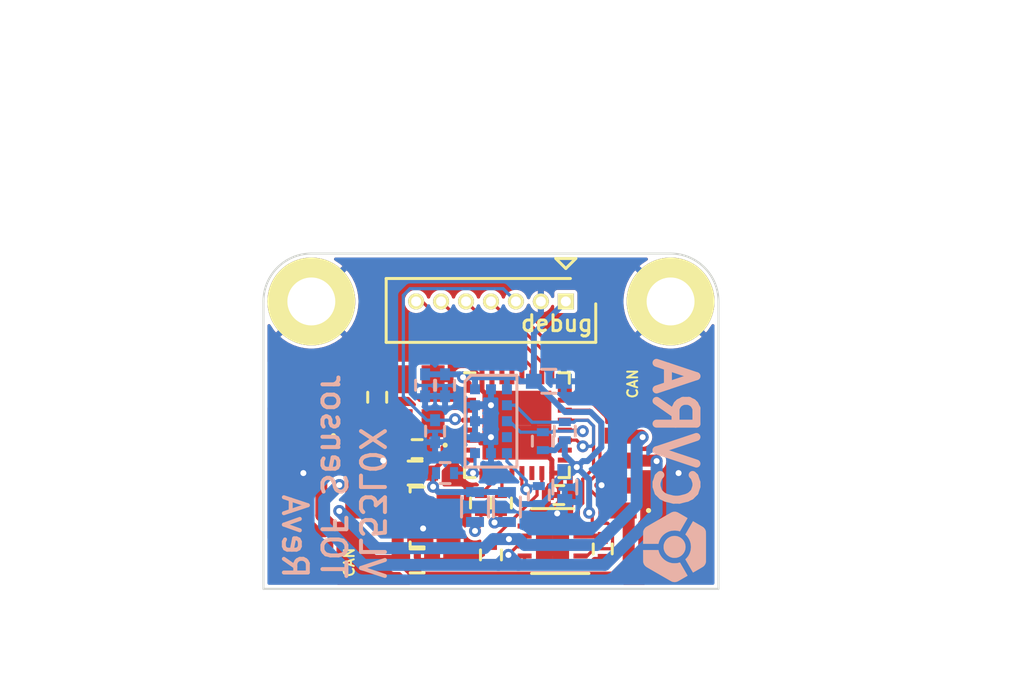
<source format=kicad_pcb>
(kicad_pcb (version 20221018) (generator pcbnew)
  (title_block (title "VL53L0X Time of flight sensor board") (rev "A") (company "CVRA") (comment 1 "Designed by Salah-Eddine Missri & Michael Spieler"))
  (layers (0 "F.Cu" signal) (31 "B.Cu" signal) (34 "B.Paste" user) (35 "F.Paste" user) (36 "B.SilkS" user "B.Silkscreen") (37 "F.SilkS" user "F.Silkscreen") (38 "B.Mask" user) (39 "F.Mask" user) (44 "Edge.Cuts" user))
  (net 0 "")
  (net 1 "VCC")
  (net 2 "GND")
  (net 3 "/STM32_NRST")
  (net 4 "+5V")
  (net 5 "Net-(C8-Pad1)")
  (net 6 "Net-(C9-Pad1)")
  (net 7 "/STM32_SWDIO")
  (net 8 "/STM32_SWCLK")
  (net 9 "/UART2_TX")
  (net 10 "/UART2_RX")
  (net 11 "Net-(CONN2-Pad4)")
  (net 12 "Net-(CONN2-Pad3)")
  (net 13 "/GPIO1")
  (net 14 "/I2C_SCL")
  (net 15 "/I2C_SDA")
  (net 16 "/Proximity")
  (net 17 "/Error")
  (net 18 "Net-(R8-Pad1)")
  (net 19 "/CAN_SPEED")
  (net 20 "/XSHUT")
  (net 21 "/CAN_RX")
  (net 22 "/CAN_TX")
  (net 23 "Net-(D2-Pad1)")
  (net 24 "Net-(D3-Pad1)")
  (footprint "Capacitors_SMD:C_0603" (layer "F.Cu") (at 46.3 57)
    (fp_text reference "C4" hide)
    (fp_text value "1uF" hide)
    (pad "1" smd rect (at -0.75 0) (size 0.8 0.75) (layers "F.Cu" "F.Paste" "F.Mask") (net 4 "+5V"))
    (pad "2" smd rect (at 0.75 0) (size 0.8 0.75) (layers "F.Cu" "F.Paste" "F.Mask") (net 2 "GND"))
  )
  (footprint "Capacitors_SMD:C_0603" (layer "F.Cu") (at 46.2 52.6 180)
    (fp_text reference "C5" hide)
    (fp_text value "10uF" hide)
    (pad "1" smd rect (at -0.75 0 180) (size 0.8 0.75) (layers "F.Cu" "F.Paste" "F.Mask") (net 1 "VCC"))
    (pad "2" smd rect (at 0.75 0 180) (size 0.8 0.75) (layers "F.Cu" "F.Paste" "F.Mask") (net 2 "GND"))
  )
  (footprint "Capacitors_SMD:C_0402" (layer "F.Cu") (at 53.4 53.7 180)
    (fp_text reference "C7" hide)
    (fp_text value "0.1uF")
    (pad "1" smd rect (at -0.55 0 180) (size 0.6 0.5) (layers "F.Cu" "F.Paste" "F.Mask") (net 1 "VCC"))
    (pad "2" smd rect (at 0.55 0 180) (size 0.6 0.5) (layers "F.Cu" "F.Paste" "F.Mask") (net 2 "GND"))
  )
  (footprint "Capacitors_SMD:C_0402" (layer "F.Cu") (at 46.3 51.4 180)
    (fp_text reference "C8" hide)
    (fp_text value "10pF" hide)
    (pad "1" smd rect (at -0.55 0 180) (size 0.6 0.5) (layers "F.Cu" "F.Paste" "F.Mask") (net 5 "Net-(C8-Pad1)"))
    (pad "2" smd rect (at 0.55 0 180) (size 0.6 0.5) (layers "F.Cu" "F.Paste" "F.Mask") (net 2 "GND"))
  )
  (footprint "Capacitors_SMD:C_0402" (layer "F.Cu") (at 44.3 48.8 -90)
    (fp_text reference "C9" hide)
    (fp_text value "10pF" hide)
    (pad "1" smd rect (at -0.55 0 270) (size 0.6 0.5) (layers "F.Cu" "F.Paste" "F.Mask") (net 6 "Net-(C9-Pad1)"))
    (pad "2" smd rect (at 0.55 0 270) (size 0.6 0.5) (layers "F.Cu" "F.Paste" "F.Mask") (net 2 "GND"))
  )
  (footprint "Capacitors_SMD:C_0402" (layer "F.Cu") (at 55.6 56.4 -90)
    (fp_text reference "C11" hide)
    (fp_text value "0.1uF")
    (pad "1" smd rect (at -0.55 0 270) (size 0.6 0.5) (layers "F.Cu" "F.Paste" "F.Mask") (net 1 "VCC"))
    (pad "2" smd rect (at 0.55 0 270) (size 0.6 0.5) (layers "F.Cu" "F.Paste" "F.Mask") (net 2 "GND"))
  )
  (footprint "_connectors:_Molex-PicoBlade-SMD-4" (layer "F.Cu") (at 59.4 52.6 90)
    (fp_text reference "CONN2" hide)
    (fp_text value "CAN" (at 4.475 -2.3 90) (layer "F.SilkS") (effects (font (size 0.5 0.5) (thickness 0.1))))
    (pad "1" smd rect (at -1.875 -2.9 90) (size 0.8 1.6) (layers "F.Cu" "F.Paste" "F.Mask") (net 4 "+5V"))
    (pad "2" smd rect (at -0.625 -2.9 90) (size 0.8 1.6) (layers "F.Cu" "F.Paste" "F.Mask") (net 2 "GND"))
    (pad "3" smd rect (at 0.625 -2.9 90) (size 0.8 1.6) (layers "F.Cu" "F.Paste" "F.Mask") (net 12 "Net-(CONN2-Pad3)"))
    (pad "4" smd rect (at 1.875 -2.9 90) (size 0.8 1.6) (layers "F.Cu" "F.Paste" "F.Mask") (net 11 "Net-(CONN2-Pad4)"))
    (pad "MECH" smd rect (at -4.425 0 90) (size 2.1 3) (layers "F.Cu" "F.Paste" "F.Mask") (net 2 "GND"))
    (pad "MECH" smd rect (at 4.425 0 90) (size 2.1 3) (layers "F.Cu" "F.Paste" "F.Mask") (net 2 "GND"))
  )
  (footprint "_connectors:_Molex-PicoBlade-SMD-4" (layer "F.Cu") (at 40.6 52.6 -90)
    (fp_text reference "CONN3" hide)
    (fp_text value "CAN" (at 4.475 -2.3 270) (layer "F.SilkS") (effects (font (size 0.5 0.5) (thickness 0.1))))
    (pad "1" smd rect (at -1.875 -2.9 270) (size 0.8 1.6) (layers "F.Cu" "F.Paste" "F.Mask") (net 4 "+5V"))
    (pad "2" smd rect (at -0.625 -2.9 270) (size 0.8 1.6) (layers "F.Cu" "F.Paste" "F.Mask") (net 2 "GND"))
    (pad "3" smd rect (at 0.625 -2.9 270) (size 0.8 1.6) (layers "F.Cu" "F.Paste" "F.Mask") (net 12 "Net-(CONN2-Pad3)"))
    (pad "4" smd rect (at 1.875 -2.9 270) (size 0.8 1.6) (layers "F.Cu" "F.Paste" "F.Mask") (net 11 "Net-(CONN2-Pad4)"))
    (pad "MECH" smd rect (at -4.425 0 270) (size 2.1 3) (layers "F.Cu" "F.Paste" "F.Mask") (net 2 "GND"))
    (pad "MECH" smd rect (at 4.425 0 270) (size 2.1 3) (layers "F.Cu" "F.Paste" "F.Mask") (net 2 "GND"))
  )
  (footprint "Resistors_SMD:R_0402" (layer "F.Cu") (at 49.5 54.1 -90)
    (fp_text reference "R6" hide)
    (fp_text value "1k")
    (pad "1" smd rect (at -0.45 0 270) (size 0.4 0.6) (layers "F.Cu" "F.Paste" "F.Mask") (net 16 "/Proximity"))
    (pad "2" smd rect (at 0.45 0 270) (size 0.4 0.6) (layers "F.Cu" "F.Paste" "F.Mask") (net 23 "Net-(D2-Pad1)"))
  )
  (footprint "Resistors_SMD:R_0402" (layer "F.Cu") (at 50.5 54.1 -90)
    (fp_text reference "R7" hide)
    (fp_text value "1k")
    (pad "1" smd rect (at -0.45 0 270) (size 0.4 0.6) (layers "F.Cu" "F.Paste" "F.Mask") (net 17 "/Error"))
    (pad "2" smd rect (at 0.45 0 270) (size 0.4 0.6) (layers "F.Cu" "F.Paste" "F.Mask") (net 24 "Net-(D3-Pad1)"))
  )
  (footprint "Resistors_SMD:R_0402" (layer "F.Cu") (at 50 56.7 90)
    (fp_text reference "R8" hide)
    (fp_text value "1k" hide)
    (pad "1" smd rect (at -0.45 0 90) (size 0.4 0.6) (layers "F.Cu" "F.Paste" "F.Mask") (net 18 "Net-(R8-Pad1)"))
    (pad "2" smd rect (at 0.45 0 90) (size 0.4 0.6) (layers "F.Cu" "F.Paste" "F.Mask") (net 19 "/CAN_SPEED"))
  )
  (footprint "Housings_DFN_QFN:QFN-32-1EP_5x5mm_Pitch0.5mm" (layer "F.Cu") (at 51.3 50.2)
    (fp_text reference "U1" hide)
    (fp_text value "STM32F302K8U6" hide)
    (pad "1" smd rect (at -2.4 -1.75) (size 0.7 0.25) (layers "F.Cu" "F.Paste" "F.Mask") (net 1 "VCC"))
    (pad "2" smd rect (at -2.4 -1.25) (size 0.7 0.25) (layers "F.Cu" "F.Paste" "F.Mask") (net 6 "Net-(C9-Pad1)"))
    (pad "3" smd rect (at -2.4 -0.75) (size 0.7 0.25) (layers "F.Cu" "F.Paste" "F.Mask") (net 5 "Net-(C8-Pad1)"))
    (pad "4" smd rect (at -2.4 -0.25) (size 0.7 0.25) (layers "F.Cu" "F.Paste" "F.Mask") (net 3 "/STM32_NRST"))
    (pad "5" smd rect (at -2.4 0.25) (size 0.7 0.25) (layers "F.Cu" "F.Paste" "F.Mask") (net 1 "VCC"))
    (pad "6" smd rect (at -2.4 0.75) (size 0.7 0.25) (layers "F.Cu" "F.Paste" "F.Mask") (net 2 "GND"))
    (pad "7" smd rect (at -2.4 1.25) (size 0.7 0.25) (layers "F.Cu" "F.Paste" "F.Mask"))
    (pad "8" smd rect (at -2.4 1.75) (size 0.7 0.25) (layers "F.Cu" "F.Paste" "F.Mask"))
    (pad "9" smd rect (at -1.75 2.4 90) (size 0.7 0.25) (layers "F.Cu" "F.Paste" "F.Mask") (net 20 "/XSHUT"))
    (pad "10" smd rect (at -1.25 2.4 90) (size 0.7 0.25) (layers "F.Cu" "F.Paste" "F.Mask") (net 16 "/Proximity"))
    (pad "11" smd rect (at -0.75 2.4 90) (size 0.7 0.25) (layers "F.Cu" "F.Paste" "F.Mask") (net 17 "/Error"))
    (pad "12" smd rect (at -0.25 2.4 90) (size 0.7 0.25) (layers "F.Cu" "F.Paste" "F.Mask"))
    (pad "13" smd rect (at 0.25 2.4 90) (size 0.7 0.25) (layers "F.Cu" "F.Paste" "F.Mask") (net 13 "/GPIO1"))
    (pad "14" smd rect (at 0.75 2.4 90) (size 0.7 0.25) (layers "F.Cu" "F.Paste" "F.Mask"))
    (pad "15" smd rect (at 1.25 2.4 90) (size 0.7 0.25) (layers "F.Cu" "F.Paste" "F.Mask") (net 19 "/CAN_SPEED"))
    (pad "16" smd rect (at 1.75 2.4 90) (size 0.7 0.25) (layers "F.Cu" "F.Paste" "F.Mask") (net 2 "GND"))
    (pad "17" smd rect (at 2.4 1.75) (size 0.7 0.25) (layers "F.Cu" "F.Paste" "F.Mask") (net 1 "VCC"))
    (pad "18" smd rect (at 2.4 1.25) (size 0.7 0.25) (layers "F.Cu" "F.Paste" "F.Mask"))
    (pad "19" smd rect (at 2.4 0.75) (size 0.7 0.25) (layers "F.Cu" "F.Paste" "F.Mask") (net 14 "/I2C_SCL"))
    (pad "20" smd rect (at 2.4 0.25) (size 0.7 0.25) (layers "F.Cu" "F.Paste" "F.Mask") (net 15 "/I2C_SDA"))
    (pad "21" smd rect (at 2.4 -0.25) (size 0.7 0.25) (layers "F.Cu" "F.Paste" "F.Mask") (net 21 "/CAN_RX"))
    (pad "22" smd rect (at 2.4 -0.75) (size 0.7 0.25) (layers "F.Cu" "F.Paste" "F.Mask") (net 22 "/CAN_TX"))
    (pad "23" smd rect (at 2.4 -1.25) (size 0.7 0.25) (layers "F.Cu" "F.Paste" "F.Mask") (net 7 "/STM32_SWDIO"))
    (pad "24" smd rect (at 2.4 -1.75) (size 0.7 0.25) (layers "F.Cu" "F.Paste" "F.Mask") (net 8 "/STM32_SWCLK"))
    (pad "25" smd rect (at 1.75 -2.4 90) (size 0.7 0.25) (layers "F.Cu" "F.Paste" "F.Mask"))
    (pad "26" smd rect (at 1.25 -2.4 90) (size 0.7 0.25) (layers "F.Cu" "F.Paste" "F.Mask") (net 9 "/UART2_TX"))
    (pad "27" smd rect (at 0.75 -2.4 90) (size 0.7 0.25) (layers "F.Cu" "F.Paste" "F.Mask") (net 10 "/UART2_RX"))
    (pad "28" smd rect (at 0.25 -2.4 90) (size 0.7 0.25) (layers "F.Cu" "F.Paste" "F.Mask"))
    (pad "29" smd rect (at -0.25 -2.4 90) (size 0.7 0.25) (layers "F.Cu" "F.Paste" "F.Mask"))
    (pad "30" smd rect (at -0.75 -2.4 90) (size 0.7 0.25) (layers "F.Cu" "F.Paste" "F.Mask"))
    (pad "31" smd rect (at -1.25 -2.4 90) (size 0.7 0.25) (layers "F.Cu" "F.Paste" "F.Mask") (net 2 "GND"))
    (pad "32" smd rect (at -1.75 -2.4 90) (size 0.7 0.25) (layers "F.Cu" "F.Paste" "F.Mask") (net 2 "GND"))
    (pad "33" smd rect (at -0.8625 -0.8625) (size 1.725 1.725) (layers "F.Cu" "F.Paste" "F.Mask") (net 2 "GND"))
    (pad "33" smd rect (at -0.8625 0.8625) (size 1.725 1.725) (layers "F.Cu" "F.Paste" "F.Mask") (net 2 "GND"))
    (pad "33" smd rect (at 0.8625 -0.8625) (size 1.725 1.725) (layers "F.Cu" "F.Paste" "F.Mask") (net 2 "GND"))
    (pad "33" smd rect (at 0.8625 0.8625) (size 1.725 1.725) (layers "F.Cu" "F.Paste" "F.Mask") (net 2 "GND"))
  )
  (footprint "Housings_DFN_QFN:DFN-8-1EP_3x3mm_Pitch0.5mm" (layer "F.Cu") (at 53.085 56.005 180)
    (fp_text reference "U2" hide)
    (fp_text value "LTC2875" hide)
    (pad "1" smd rect (at -1.4 -0.75 180) (size 0.7 0.25) (layers "F.Cu" "F.Paste" "F.Mask") (net 22 "/CAN_TX"))
    (pad "2" smd rect (at -1.4 -0.25 180) (size 0.7 0.25) (layers "F.Cu" "F.Paste" "F.Mask") (net 2 "GND"))
    (pad "3" smd rect (at -1.4 0.25 180) (size 0.7 0.25) (layers "F.Cu" "F.Paste" "F.Mask") (net 1 "VCC"))
    (pad "4" smd rect (at -1.4 0.75 180) (size 0.7 0.25) (layers "F.Cu" "F.Paste" "F.Mask") (net 21 "/CAN_RX"))
    (pad "5" smd rect (at 1.4 0.75 180) (size 0.7 0.25) (layers "F.Cu" "F.Paste" "F.Mask"))
    (pad "6" smd rect (at 1.4 0.25 180) (size 0.7 0.25) (layers "F.Cu" "F.Paste" "F.Mask") (net 11 "Net-(CONN2-Pad4)"))
    (pad "7" smd rect (at 1.4 -0.25 180) (size 0.7 0.25) (layers "F.Cu" "F.Paste" "F.Mask") (net 12 "Net-(CONN2-Pad3)"))
    (pad "8" smd rect (at 1.4 -0.75 180) (size 0.7 0.25) (layers "F.Cu" "F.Paste" "F.Mask") (net 18 "Net-(R8-Pad1)"))
    (pad "9" smd rect (at -0.415 -0.595 180) (size 0.83 1.19) (layers "F.Cu" "F.Paste" "F.Mask") (net 2 "GND"))
    (pad "9" smd rect (at -0.415 0.595 180) (size 0.83 1.19) (layers "F.Cu" "F.Paste" "F.Mask") (net 2 "GND"))
    (pad "9" smd rect (at 0.415 -0.595 180) (size 0.83 1.19) (layers "F.Cu" "F.Paste" "F.Mask") (net 2 "GND"))
    (pad "9" smd rect (at 0.415 0.595 180) (size 0.83 1.19) (layers "F.Cu" "F.Paste" "F.Mask") (net 2 "GND"))
  )
  (footprint "_div:_TSX-3225-SMD-XTAL" (layer "F.Cu") (at 46.3 49 90)
    (fp_text reference "X1" hide)
    (fp_text value "16MHz" hide)
    (pad "1" smd rect (at -1.1 0.8 90) (size 1.4 1.15) (layers "F.Cu" "F.Paste" "F.Mask") (net 5 "Net-(C8-Pad1)"))
    (pad "2" smd rect (at 1.1 0.8 90) (size 1.4 1.15) (layers "F.Cu" "F.Paste" "F.Mask") (net 2 "GND"))
    (pad "3" smd rect (at 1.1 -0.8 90) (size 1.4 1.15) (layers "F.Cu" "F.Paste" "F.Mask") (net 6 "Net-(C9-Pad1)"))
    (pad "4" smd rect (at -1.1 -0.8 90) (size 1.4 1.15) (layers "F.Cu" "F.Paste" "F.Mask") (net 2 "GND"))
  )
  (footprint "Connectors_Molex:Connector_Molex_PicoBlade_53047-0710" (layer "F.Cu") (at 53.75 44 180)
    (fp_text reference "CONN1" hide)
    (fp_text value "SWD/DEBUG" hide)
    (pad "1" thru_hole rect locked (at 0 0 180) (size 0.8 0.8) (drill 0.5) (layers "*.Cu" "*.Mask" "F.SilkS") (net 1 "VCC"))
    (pad "2" thru_hole oval locked (at 1.25 0 180) (size 0.8 0.8) (drill 0.5) (layers "*.Cu" "*.Mask" "F.SilkS") (net 2 "GND"))
    (pad "3" thru_hole oval locked (at 2.5 0 180) (size 0.8 0.8) (drill 0.5) (layers "*.Cu" "*.Mask" "F.SilkS") (net 3 "/STM32_NRST"))
    (pad "4" thru_hole oval locked (at 3.75 0 180) (size 0.8 0.8) (drill 0.5) (layers "*.Cu" "*.Mask" "F.SilkS") (net 7 "/STM32_SWDIO"))
    (pad "5" thru_hole oval locked (at 5 0 180) (size 0.8 0.8) (drill 0.5) (layers "*.Cu" "*.Mask" "F.SilkS") (net 8 "/STM32_SWCLK"))
    (pad "6" thru_hole oval locked (at 6.25 0 180) (size 0.8 0.8) (drill 0.5) (layers "*.Cu" "*.Mask" "F.SilkS") (net 9 "/UART2_TX"))
    (pad "7" thru_hole oval locked (at 7.5 0 180) (size 0.8 0.8) (drill 0.5) (layers "*.Cu" "*.Mask" "F.SilkS") (net 10 "/UART2_RX"))
  )
  (footprint "_mech:_M2" (layer "F.Cu") (at 41.3 45)
    (fp_text reference "MEC1" hide)
    (fp_text value "MEC")
    (pad "1" thru_hole circle (at -0.3 -1) (size 4.4 4.4) (drill 2.4) (layers "*.Cu" "*.Mask" "F.SilkS") (net 2 "GND"))
  )
  (footprint "_std:SOT-23" (layer "F.Cu") (at 46.6 54.8 90)
    (fp_text reference "U3" hide)
    (fp_text value "MCP1703" hide)
    (pad "1" smd rect (at -0.95 1.275 90) (size 0.8 1.2) (layers "F.Cu" "F.Paste" "F.Mask") (net 2 "GND"))
    (pad "2" smd rect (at 0.95 1.275 90) (size 0.8 1.2) (layers "F.Cu" "F.Paste" "F.Mask") (net 1 "VCC"))
    (pad "3" smd rect (at 0 -1.275 90) (size 0.8 1.3) (layers "F.Cu" "F.Paste" "F.Mask") (net 4 "+5V"))
  )
  (footprint "_mech:_M2" (layer "F.Cu") (at 59.3 45)
    (fp_text reference "MEC2" hide)
    (fp_text value "MEC")
    (pad "1" thru_hole circle (at -0.3 -1) (size 4.4 4.4) (drill 2.4) (layers "*.Cu" "*.Mask" "F.SilkS") (net 2 "GND"))
  )
  (footprint "Capacitors_SMD:C_0603" (layer "B.Cu") (at 53.7 53.3 -90)
    (fp_text reference "C1" hide)
    (fp_text value "4.7uF")
    (pad "1" smd rect (at -0.75 0 270) (size 0.8 0.75) (layers "B.Cu" "B.Paste" "B.Mask") (net 1 "VCC"))
    (pad "2" smd rect (at 0.75 0 270) (size 0.8 0.75) (layers "B.Cu" "B.Paste" "B.Mask") (net 2 "GND"))
  )
  (footprint "Capacitors_SMD:C_0402" (layer "B.Cu") (at 47.7 48.2 -90)
    (fp_text reference "C2" hide)
    (fp_text value "0.1uF")
    (pad "1" smd rect (at -0.55 0 270) (size 0.6 0.5) (layers "B.Cu" "B.Paste" "B.Mask") (net 1 "VCC"))
    (pad "2" smd rect (at 0.55 0 270) (size 0.6 0.5) (layers "B.Cu" "B.Paste" "B.Mask") (net 2 "GND"))
  )
  (footprint "Capacitors_SMD:C_0402" (layer "B.Cu") (at 47.2 50.5 -90)
    (fp_text reference "C3" hide)
    (fp_text value "0.1uF")
    (pad "1" smd rect (at -0.55 0 270) (size 0.6 0.5) (layers "B.Cu" "B.Paste" "B.Mask") (net 3 "/STM32_NRST"))
    (pad "2" smd rect (at 0.55 0 270) (size 0.6 0.5) (layers "B.Cu" "B.Paste" "B.Mask") (net 2 "GND"))
  )
  (footprint "Capacitors_SMD:C_0402" (layer "B.Cu") (at 46.7 48.2 -90)
    (fp_text reference "C13" hide)
    (fp_text value "0.1uF")
    (pad "1" smd rect (at -0.55 0 270) (size 0.6 0.5) (layers "B.Cu" "B.Paste" "B.Mask") (net 1 "VCC"))
    (pad "2" smd rect (at 0.55 0 270) (size 0.6 0.5) (layers "B.Cu" "B.Paste" "B.Mask") (net 2 "GND"))
  )
  (footprint "Capacitors_SMD:C_0603" (layer "B.Cu") (at 52.9 48)
    (fp_text reference "C14" hide)
    (fp_text value "4.7uF" hide)
    (pad "1" smd rect (at -0.75 0) (size 0.8 0.75) (layers "B.Cu" "B.Paste" "B.Mask") (net 1 "VCC"))
    (pad "2" smd rect (at 0.75 0) (size 0.8 0.75) (layers "B.Cu" "B.Paste" "B.Mask") (net 2 "GND"))
  )
  (footprint "Resistors_SMD:R_0402" (layer "B.Cu") (at 52.4 53.7 90)
    (fp_text reference "R1" hide)
    (fp_text value "10k")
    (pad "1" smd rect (at -0.45 0 90) (size 0.4 0.6) (layers "B.Cu" "B.Paste" "B.Mask") (net 1 "VCC"))
    (pad "2" smd rect (at 0.45 0 90) (size 0.4 0.6) (layers "B.Cu" "B.Paste" "B.Mask") (net 13 "/GPIO1"))
  )
  (footprint "Resistors_SMD:R_0402" (layer "B.Cu") (at 53.7 50.5 90)
    (fp_text reference "R3" hide)
    (fp_text value "4.7k")
    (pad "1" smd rect (at -0.45 0 90) (size 0.4 0.6) (layers "B.Cu" "B.Paste" "B.Mask") (net 1 "VCC"))
    (pad "2" smd rect (at 0.45 0 90) (size 0.4 0.6) (layers "B.Cu" "B.Paste" "B.Mask") (net 14 "/I2C_SCL"))
  )
  (footprint "Resistors_SMD:R_0402" (layer "B.Cu") (at 52.6 51 90)
    (fp_text reference "R4" hide)
    (fp_text value "4.7k")
    (pad "1" smd rect (at -0.45 0 90) (size 0.4 0.6) (layers "B.Cu" "B.Paste" "B.Mask") (net 1 "VCC"))
    (pad "2" smd rect (at 0.45 0 90) (size 0.4 0.6) (layers "B.Cu" "B.Paste" "B.Mask") (net 15 "/I2C_SDA"))
  )
  (footprint "Resistors_SMD:R_0402" (layer "B.Cu") (at 47.7 52.6)
    (fp_text reference "R9" hide)
    (fp_text value "10k")
    (pad "1" smd rect (at -0.45 0) (size 0.4 0.6) (layers "B.Cu" "B.Paste" "B.Mask") (net 1 "VCC"))
    (pad "2" smd rect (at 0.45 0) (size 0.4 0.6) (layers "B.Cu" "B.Paste" "B.Mask") (net 20 "/XSHUT"))
  )
  (footprint "_sensors:VL53L0X" (layer "B.Cu") (at 50 50 90)
    (fp_text reference "U4" hide)
    (fp_text value "VL53L0X" hide)
    (pad "1" smd rect (at 1.6 -0.8 90) (size 0.5 0.5) (layers "B.Cu" "B.Paste" "B.Mask") (net 1 "VCC"))
    (pad "2" smd rect (at 0.8 -0.8 90) (size 0.5 0.5) (layers "B.Cu" "B.Paste" "B.Mask") (net 2 "GND"))
    (pad "3" smd rect (at 0 -0.8 90) (size 0.5 0.5) (layers "B.Cu" "B.Paste" "B.Mask") (net 2 "GND"))
    (pad "4" smd rect (at -0.8 -0.8 90) (size 0.5 0.5) (layers "B.Cu" "B.Paste" "B.Mask") (net 2 "GND"))
    (pad "5" smd rect (at -1.6 -0.8 90) (size 0.5 0.5) (layers "B.Cu" "B.Paste" "B.Mask") (net 20 "/XSHUT"))
    (pad "6" smd rect (at -1.6 0 90) (size 0.5 0.5) (layers "B.Cu" "B.Paste" "B.Mask") (net 2 "GND"))
    (pad "7" smd rect (at -1.6 0.8 90) (size 0.5 0.5) (layers "B.Cu" "B.Paste" "B.Mask") (net 13 "/GPIO1"))
    (pad "8" smd rect (at -0.8 0.8 90) (size 0.5 0.5) (layers "B.Cu" "B.Paste" "B.Mask"))
    (pad "9" smd rect (at 0 0.8 90) (size 0.5 0.5) (layers "B.Cu" "B.Paste" "B.Mask") (net 15 "/I2C_SDA"))
    (pad "10" smd rect (at 0.8 0.8 90) (size 0.5 0.5) (layers "B.Cu" "B.Paste" "B.Mask") (net 14 "/I2C_SCL"))
    (pad "11" smd rect (at 1.6 0.8 90) (size 0.5 0.5) (layers "B.Cu" "B.Paste" "B.Mask") (net 1 "VCC"))
    (pad "12" smd rect (at 1.6 0 90) (size 0.5 0.5) (layers "B.Cu" "B.Paste" "B.Mask") (net 2 "GND"))
  )
  (footprint "_logo:CVRA-logo-small" (layer "B.Cu") (at 59.2 56.3 90)
    (fp_text reference "G***" hide)
    (fp_text value "LOGO" hide)
  )
  (footprint "Resistors_SMD:R_0603" (layer "B.Cu") (at 49.2 54.3 90)
    (fp_text reference "D2" hide)
    (fp_text value "PROXIMITY" hide)
    (pad "1" smd rect (at -0.75 0 90) (size 0.5 0.9) (layers "B.Cu" "B.Paste" "B.Mask") (net 23 "Net-(D2-Pad1)"))
    (pad "2" smd rect (at 0.75 0 90) (size 0.5 0.9) (layers "B.Cu" "B.Paste" "B.Mask") (net 1 "VCC"))
  )
  (footprint "Resistors_SMD:R_0603" (layer "B.Cu") (at 50.8 54.3 90)
    (fp_text reference "D3" hide)
    (fp_text value "ERROR" hide)
    (pad "1" smd rect (at -0.75 0 90) (size 0.5 0.9) (layers "B.Cu" "B.Paste" "B.Mask") (net 24 "Net-(D3-Pad1)"))
    (pad "2" smd rect (at 0.75 0 90) (size 0.5 0.9) (layers "B.Cu" "B.Paste" "B.Mask") (net 1 "VCC"))
  )
  (gr_line (start 38.6 58.4) (end 38.6 44) (stroke (width 0.1)) (layer "Edge.Cuts"))
  (gr_line (start 41 41.6) (end 59 41.6) (stroke (width 0.1)) (layer "Edge.Cuts"))
  (gr_line (start 61.4 44) (end 61.4 58.4) (stroke (width 0.1)) (layer "Edge.Cuts"))
  (gr_arc (start 38.6 44) (mid 39.302944 42.302944) (end 41 41.6) (stroke (width 0.1)) (layer "Edge.Cuts"))
  (gr_line (start 61.4 58.4) (end 38.6 58.4) (stroke (width 0.1)) (layer "Edge.Cuts"))
  (gr_arc (start 59 41.6) (mid 60.697056 42.302944) (end 61.4 44) (stroke (width 0.1)) (layer "Edge.Cuts"))
  (gr_text "VL53L0X\nTOF Sensor\nRevA" (at 42.1 58 270) (layer "B.SilkS") (effects (font (size 1.2 1.2) (thickness 0.2)) (justify left mirror)))
  (gr_text "CVRA" (at 59.2 50.6 270) (layer "B.SilkS") (effects (font (size 2 2) (thickness 0.4)) (justify mirror)))
  (gr_text "debug" (at 53.3 45.1) (layer "F.SilkS") (effects (font (size 0.8 0.8))))
  (segment (start 53.95 52.65) (end 54.3 52.3) (width 0.3) (layer "F.Cu") (net 1))
  (segment (start 54.485 55.755) (end 54.995 55.755) (width 0.16) (layer "F.Cu") (net 1))
  (segment (start 47.1 52.75) (end 46.95 52.6) (width 0.3) (layer "F.Cu") (net 1))
  (segment (start 54.995 55.755) (end 55.075001 55.674999) (width 0.16) (layer "F.Cu") (net 1))
  (segment (start 47.6 51.326796) (end 47.6 51.975) (width 0.25) (layer "F.Cu") (net 1))
  (segment (start 48.476796 50.45) (end 47.6 51.326796) (width 0.25) (layer "F.Cu") (net 1))
  (segment (start 55.505 55.755) (end 55.6 55.85) (width 0.25) (layer "F.Cu") (net 1))
  (segment (start 53.95 51.95) (end 54.3 52.3) (width 0.25) (layer "F.Cu") (net 1))
  (segment (start 46.975 52.6) (end 46.95 52.6) (width 0.25) (layer "F.Cu") (net 1))
  (segment (start 55.075001 55.674999) (end 55.075001 54.740298) (width 0.16) (layer "F.Cu") (net 1))
  (segment (start 48.9 50.45) (end 48.476796 50.45) (width 0.25) (layer "F.Cu") (net 1))
  (segment (start 48.9 48.1) (end 48.6 47.8) (width 0.25) (layer "F.Cu") (net 1))
  (segment (start 47.1 53.285) (end 47.1 52.75) (width 0.3) (layer "F.Cu") (net 1))
  (segment (start 47.875 53.85) (end 47.665 53.85) (width 0.3) (layer "F.Cu") (net 1))
  (segment (start 54.485 55.755) (end 55.505 55.755) (width 0.25) (layer "F.Cu") (net 1))
  (segment (start 55.075001 54.740298) (end 54.919989 54.585286) (width 0.16) (layer "F.Cu") (net 1))
  (segment (start 47.665 53.85) (end 47.1 53.285) (width 0.3) (layer "F.Cu") (net 1))
  (segment (start 53.95 53.7) (end 53.95 52.65) (width 0.3) (layer "F.Cu") (net 1))
  (segment (start 53.7 51.95) (end 53.95 51.95) (width 0.25) (layer "F.Cu") (net 1))
  (segment (start 47.6 51.975) (end 46.975 52.6) (width 0.25) (layer "F.Cu") (net 1))
  (segment (start 48.9 48.45) (end 48.9 48.1) (width 0.25) (layer "F.Cu") (net 1))
  (via (at 54.919989 54.585286) (size 0.6) (drill 0.3) (layers "F.Cu" "B.Cu") (net 1))
  (via (at 54.3 52.3) (size 0.6) (drill 0.3) (layers "F.Cu" "B.Cu") (net 1))
  (via (at 47.1 53.285) (size 0.6) (drill 0.3) (layers "F.Cu" "B.Cu") (net 1))
  (via (at 48.6 47.8) (size 0.6) (drill 0.3) (layers "F.Cu" "B.Cu") (net 1))
  (segment (start 51.45 48) (end 51.25 47.8) (width 0.3) (layer "B.Cu") (net 1))
  (segment (start 55.52999 50.079252) (end 55.52999 51.305811) (width 0.3) (layer "B.Cu") (net 1))
  (segment (start 47.1 52.75) (end 47.25 52.6) (width 0.16) (layer "B.Cu") (net 1))
  (segment (start 53.7 50.95) (end 53.7 51.7) (width 0.3) (layer "B.Cu") (net 1))
  (segment (start 54.599999 52.000001) (end 54.3 52.3) (width 0.3) (layer "B.Cu") (net 1))
  (segment (start 53.7 52.55) (end 53.7 52.575) (width 0.3) (layer "B.Cu") (net 1))
  (segment (start 53.7 52.55) (end 54.05 52.55) (width 0.4) (layer "B.Cu") (net 1))
  (segment (start 54.8358 52.000001) (end 54.599999 52.000001) (width 0.3) (layer "B.Cu") (net 1))
  (segment (start 49.2 48.4) (end 49.2 47.8) (width 0.3) (layer "B.Cu") (net 1))
  (segment (start 54.919989 54.585286) (end 54.919989 52.919989) (width 0.3) (layer "B.Cu") (net 1))
  (segment (start 53.7 52.575) (end 53.014999 53.260001) (width 0.3) (layer "B.Cu") (net 1))
  (segment (start 53.014999 53.260001) (end 53.014999 53.693003) (width 0.3) (layer "B.Cu") (net 1))
  (segment (start 50.8 53.55) (end 49.2 53.55) (width 0.3) (layer "B.Cu") (net 1))
  (segment (start 53.714999 49.539999) (end 54.990736 49.539999) (width 0.3) (layer "B.Cu") (net 1))
  (segment (start 52.558002 54.15) (end 52.4 54.15) (width 0.3) (layer "B.Cu") (net 1))
  (segment (start 52.4 54.15) (end 51.4 54.15) (width 0.3) (layer "B.Cu") (net 1))
  (segment (start 54.990736 49.539999) (end 55.52999 50.079252) (width 0.3) (layer "B.Cu") (net 1))
  (segment (start 49.2 47.8) (end 50.8 47.8) (width 0.3) (layer "B.Cu") (net 1))
  (segment (start 47.1 53.285) (end 47.1 52.75) (width 0.16) (layer "B.Cu") (net 1))
  (segment (start 53.2 51.45) (end 53.7 50.95) (width 0.3) (layer "B.Cu") (net 1))
  (segment (start 47.365 53.55) (end 47.1 53.285) (width 0.3) (layer "B.Cu") (net 1))
  (segment (start 54.919989 52.919989) (end 54.3 52.3) (width 0.3) (layer "B.Cu") (net 1))
  (segment (start 48.6 47.8) (end 49.2 47.8) (width 0.3) (layer "B.Cu") (net 1))
  (segment (start 51.25 47.8) (end 50.8 47.8) (width 0.3) (layer "B.Cu") (net 1))
  (segment (start 47.7 47.65) (end 48.45 47.65) (width 0.3) (layer "B.Cu") (net 1))
  (segment (start 52.175 48) (end 53.714999 49.539999) (width 0.3) (layer "B.Cu") (net 1))
  (segment (start 55.52999 51.305811) (end 54.8358 52.000001) (width 0.3) (layer "B.Cu") (net 1))
  (segment (start 50.8 47.85) (end 50.8 47.8) (width 0.3) (layer "B.Cu") (net 1))
  (segment (start 46.7 47.65) (end 47.7 47.65) (width 0.3) (layer "B.Cu") (net 1))
  (segment (start 50.8 48.4) (end 50.8 47.85) (width 0.3) (layer "B.Cu") (net 1))
  (segment (start 52.15 45.6) (end 53.75 44) (width 0.3) (layer "B.Cu") (net 1))
  (segment (start 54.05 52.55) (end 54.3 52.3) (width 0.4) (layer "B.Cu") (net 1))
  (segment (start 53.7 51.7) (end 54.3 52.3) (width 0.3) (layer "B.Cu") (net 1))
  (segment (start 52.6 51.45) (end 53.2 51.45) (width 0.3) (layer "B.Cu") (net 1))
  (segment (start 52.15 48) (end 52.15 45.6) (width 0.3) (layer "B.Cu") (net 1))
  (segment (start 51.4 54.15) (end 50.8 53.55) (width 0.3) (layer "B.Cu") (net 1))
  (segment (start 48.45 47.65) (end 48.6 47.8) (width 0.3) (layer "B.Cu") (net 1))
  (segment (start 52.15 48) (end 51.45 48) (width 0.3) (layer "B.Cu") (net 1))
  (segment (start 53.014999 53.693003) (end 52.558002 54.15) (width 0.3) (layer "B.Cu") (net 1))
  (segment (start 49.2 53.55) (end 47.365 53.55) (width 0.3) (layer "B.Cu") (net 1))
  (segment (start 52.15 48) (end 52.175 48) (width 0.3) (layer "B.Cu") (net 1))
  (segment (start 56.5 53.225) (end 59.325 53.225) (width 0.6) (layer "F.Cu") (net 2))
  (segment (start 40.6 52.6) (end 40.6 57.025) (width 0.6) (layer "F.Cu") (net 2))
  (segment (start 45.75 50.35) (end 45.5 50.1) (width 0.3) (layer "F.Cu") (net 2))
  (segment (start 53.335 56.6) (end 52.67 56.6) (width 0.25) (layer "F.Cu") (net 2))
  (segment (start 53.318842 54.618842) (end 53.318842 55.228842) (width 0.16) (layer "F.Cu") (net 2))
  (segment (start 47.925 47.9) (end 48 47.825) (width 0.25) (layer "F.Cu") (net 2))
  (segment (start 50.05 48.95) (end 50.4375 49.3375) (width 0.25) (layer "F.Cu") (net 2))
  (segment (start 55.6 56.95) (end 55.384999 57.165001) (width 0.25) (layer "F.Cu") (net 2))
  (segment (start 40.6 52.6) (end 40.6 48.175) (width 0.6) (layer "F.Cu") (net 2))
  (segment (start 46.975 55.75) (end 46.6 55.375) (width 0.3) (layer "F.Cu") (net 2))
  (segment (start 48.319199 47.214999) (end 48.880801 47.214999) (width 0.25) (layer "F.Cu") (net 2))
  (segment (start 48.9 50.95) (end 50.325 50.95) (width 0.25) (layer "F.Cu") (net 2))
  (segment (start 59.4 57.025) (end 59.4 53.3) (width 0.6) (layer "F.Cu") (net 2))
  (segment (start 45.75 51.4) (end 45.75 50.35) (width 0.3) (layer "F.Cu") (net 2))
  (segment (start 46.6 54.425) (end 45.45 53.275) (width 0.3) (layer "F.Cu") (net 2))
  (segment (start 47.05 57) (end 47.7 57) (width 0.3) (layer "F.Cu") (net 2))
  (segment (start 48.715001 54.349999) (end 48.715001 53.257999) (width 0.16) (layer "F.Cu") (net 2))
  (segment (start 55.384999 57.165001) (end 53.900001 57.165001) (width 0.25) (layer "F.Cu") (net 2))
  (segment (start 53.318842 55.228842) (end 53.5 55.41) (width 0.16) (layer "F.Cu") (net 2))
  (segment (start 45.375 51.975) (end 45.45 52.05) (width 0.3) (layer "F.Cu") (net 2))
  (segment (start 48 47.534198) (end 48.319199 47.214999) (width 0.25) (layer "F.Cu") (net 2))
  (segment (start 53.900001 57.165001) (end 53.335 56.6) (width 0.25) (layer "F.Cu") (net 2))
  (segment (start 53.845 56.255) (end 53.5 56.6) (width 0.25) (layer "F.Cu") (net 2))
  (segment (start 50.05 47.8) (end 50.05 48.95) (width 0.25) (layer "F.Cu") (net 2))
  (segment (start 52.85 53.7) (end 52.85 55.23) (width 0.16) (layer "F.Cu") (net 2))
  (segment (start 43.5 51.975) (end 44.6 51.975) (width 0.4) (layer "F.Cu") (net 2))
  (segment (start 47.875 55.19) (end 48.715001 54.349999) (width 0.16) (layer "F.Cu") (net 2))
  (segment (start 53.05 52.6) (end 53.05 51.95) (width 0.25) (layer "F.Cu") (net 2))
  (segment (start 44.75 49.35) (end 45.5 50.1) (width 0.25) (layer "F.Cu") (net 2))
  (segment (start 50.05 47.8) (end 49.55 47.8) (width 0.25) (layer "F.Cu") (net 2))
  (segment (start 48.880801 47.214999) (end 49.465802 47.8) (width 0.25) (layer "F.Cu") (net 2))
  (segment (start 44.6 51.975) (end 45.375 51.975) (width 0.3) (layer "F.Cu") (net 2))
  (segment (start 46.6 55.375) (end 46.6 54.425) (width 0.3) (layer "F.Cu") (net 2))
  (segment (start 59.4 52.6) (end 59.4 48.175) (width 0.6) (layer "F.Cu") (net 2))
  (segment (start 44.3 49.35) (end 44.75 49.35) (width 0.25) (layer "F.Cu") (net 2))
  (segment (start 54.485 56.255) (end 53.845 56.255) (width 0.25) (layer "F.Cu") (net 2))
  (segment (start 59.4 53.3) (end 59.4 52.6) (width 0.6) (layer "F.Cu") (net 2))
  (segment (start 48.492998 50.95) (end 48.9 50.95) (width 0.16) (layer "F.Cu") (net 2))
  (segment (start 47.875 56.825) (end 47.7 57) (width 0.3) (layer "F.Cu") (net 2))
  (segment (start 56.5 53.225) (end 55.556884 53.225) (width 0.4) (layer "F.Cu") (net 2))
  (segment (start 45.75 51.95) (end 45.75 51.4) (width 0.3) (layer "F.Cu") (net 2))
  (segment (start 53.05 51.95) (end 52.1625 51.0625) (width 0.25) (layer "F.Cu") (net 2))
  (segment (start 48.309999 52.852997) (end 48.309999 51.132999) (width 0.16) (layer "F.Cu") (net 2))
  (segment (start 47.875 55.75) (end 47.875 55.19) (width 0.16) (layer "F.Cu") (net 2))
  (segment (start 45.45 53.275) (end 45.45 52.6) (width 0.3) (layer "F.Cu") (net 2))
  (segment (start 48.715001 53.257999) (end 48.309999 52.852997) (width 0.16) (layer "F.Cu") (net 2))
  (segment (start 45.45 52.05) (end 45.45 52.6) (width 0.3) (layer "F.Cu") (net 2))
  (segment (start 49.465802 47.8) (end 49.55 47.8) (width 0.25) (layer "F.Cu") (net 2))
  (segment (start 53.05 52.6) (end 53.05 53.5) (width 0.16) (layer "F.Cu") (net 2))
  (segment (start 49.55 48.45) (end 50.4375 49.3375) (width 0.25) (layer "F.Cu") (net 2))
  (segment (start 45.375 51.975) (end 45.725 51.975) (width 0.3) (layer "F.Cu") (net 2))
  (segment (start 48 47.825) (end 48 47.534198) (width 0.25) (layer "F.Cu") (net 2))
  (segment (start 53.05 53.5) (end 52.85 53.7) (width 0.16) (layer "F.Cu") (net 2))
  (segment (start 59.325 53.225) (end 59.4 53.3) (width 0.6) (layer "F.Cu") (net 2))
  (segment (start 49.55 47.8) (end 49.55 48.45) (width 0.25) (layer "F.Cu") (net 2))
  (segment (start 47.875 55.75) (end 46.975 55.75) (width 0.3) (layer "F.Cu") (net 2))
  (segment (start 45.725 51.975) (end 45.75 51.95) (width 0.3) (layer "F.Cu") (net 2))
  (segment (start 47.1 47.9) (end 47.925 47.9) (width 0.25) (layer "F.Cu") (net 2))
  (segment (start 52.85 55.23) (end 52.67 55.41) (width 0.16) (layer "F.Cu") (net 2))
  (segment (start 55.556884 53.225) (end 55.54001 53.208126) (width 0.4) (layer "F.Cu") (net 2))
  (segment (start 48.309999 51.132999) (end 48.492998 50.95) (width 0.16) (layer "F.Cu") (net 2))
  (segment (start 50.325 50.95) (end 50.4375 51.0625) (width 0.25) (layer "F.Cu") (net 2))
  (segment (start 47.875 55.75) (end 47.875 56.825) (width 0.3) (layer "F.Cu") (net 2))
  (via (at 44.6 51.975) (size 0.6) (drill 0.3) (layers "F.Cu" "B.Cu") (net 2))
  (via (at 40.6 52.6) (size 0.6) (drill 0.3) (layers "F.Cu" "B.Cu") (net 2))
  (via (at 50 49.2) (size 0.6) (drill 0.3) (layers "F.Cu" "B.Cu") (net 2))
  (via (at 59.4 52.6) (size 0.6) (drill 0.3) (layers "F.Cu" "B.Cu") (net 2))
  (via (at 46.6 55.375) (size 0.6) (drill 0.3) (layers "F.Cu" "B.Cu") (net 2))
  (via (at 53.318842 54.618842) (size 0.6) (drill 0.3) (layers "F.Cu" "B.Cu") (net 2))
  (via (at 50 50.8) (size 0.6) (drill 0.3) (layers "F.Cu" "B.Cu") (net 2))
  (via (at 55.54001 53.208126) (size 0.6) (drill 0.3) (layers "F.Cu" "B.Cu") (net 2))
  (segment (start 48.65 49.2) (end 48.2 48.75) (width 0.3) (layer "B.Cu") (net 2))
  (segment (start 49.2 49.2) (end 50 49.2) (width 0.4) (layer "B.Cu") (net 2))
  (segment (start 49.2 50.8) (end 49.61 50.8) (width 0.16) (layer "B.Cu") (net 2))
  (segment (start 48.79 50.8) (end 49.2 50.8) (width 0.16) (layer "B.Cu") (net 2))
  (segment (start 55.840009 54.642068) (end 55.23679 55.245287) (width 0.4) (layer "B.Cu") (net 2))
  (segment (start 48.8 49.2) (end 48.65 49.2) (width 0.3) (layer "B.Cu") (net 2))
  (segment (start 49.2 49.2) (end 48.8 49.2) (width 0.3) (layer "B.Cu") (net 2))
  (segment (start 48.2 48.75) (end 48 48.75) (width 0.3) (layer "B.Cu") (net 2))
  (segment (start 49.2 49.2) (end 49.2 50) (width 0.16) (layer "B.Cu") (net 2))
  (segment (start 53.318842 54.431158) (end 53.7 54.05) (width 0.3) (layer "B.Cu") (net 2))
  (segment (start 50 48.81) (end 49.61 49.2) (width 0.16) (layer "B.Cu") (net 2))
  (segment (start 48.740001 50.750001) (end 48.79 50.8) (width 0.16) (layer "B.Cu") (net 2))
  (segment (start 49.61 50.8) (end 50 51.19) (width 0.16) (layer "B.Cu") (net 2))
  (segment (start 53.387684 54.55) (end 53.318842 54.618842) (width 0.16) (layer "B.Cu") (net 2))
  (segment (start 53.318842 54.618842) (end 53.318842 54.431158) (width 0.3) (layer "B.Cu") (net 2))
  (segment (start 50 48.4) (end 50 48.81) (width 0.16) (layer "B.Cu") (net 2))
  (segment (start 49.2 50) (end 49.2 50.8) (width 0.16) (layer "B.Cu") (net 2))
  (segment (start 46.7 48.75) (end 47.7 48.75) (width 0.3) (layer "B.Cu") (net 2))
  (segment (start 53.945287 55.245287) (end 53.318842 54.618842) (width 0.4) (layer "B.Cu") (net 2))
  (segment (start 48 48.75) (end 47.7 48.75) (width 0.3) (layer "B.Cu") (net 2))
  (segment (start 48.8 49.2) (end 48.740001 49.259999) (width 0.16) (layer "B.Cu") (net 2))
  (segment (start 50 51.19) (end 50 51.6) (width 0.16) (layer "B.Cu") (net 2))
  (segment (start 55.54001 53.208126) (end 55.840009 53.508125) (width 0.4) (layer "B.Cu") (net 2))
  (segment (start 48.740001 49.259999) (end 48.740001 50.750001) (width 0.16) (layer "B.Cu") (net 2))
  (segment (start 49.2 50.8) (end 50 50.8) (width 0.4) (layer "B.Cu") (net 2))
  (segment (start 55.23679 55.245287) (end 53.945287 55.245287) (width 0.4) (layer "B.Cu") (net 2))
  (segment (start 49.61 49.2) (end 49.2 49.2) (width 0.16) (layer "B.Cu") (net 2))
  (segment (start 55.840009 53.508125) (end 55.840009 54.642068) (width 0.4) (layer "B.Cu") (net 2))
  (segment (start 48.25 49.95) (end 48.2 49.9) (width 0.16) (layer "F.Cu") (net 3))
  (segment (start 48.9 49.95) (end 48.25 49.95) (width 0.16) (layer "F.Cu") (net 3))
  (via (at 48.2 49.9) (size 0.6) (drill 0.3) (layers "F.Cu" "B.Cu") (net 3))
  (segment (start 50.850001 43.600001) (end 51.25 44) (width 0.16) (layer "B.Cu") (net 3))
  (segment (start 47.2 49.95) (end 46.79 49.95) (width 0.16) (layer "B.Cu") (net 3))
  (segment (start 47.2 49.95) (end 48.15 49.95) (width 0.16) (layer "B.Cu") (net 3))
  (segment (start 48.15 49.95) (end 48.2 49.9) (width 0.16) (layer "B.Cu") (net 3))
  (segment (start 50.609999 43.359999) (end 50.850001 43.600001) (width 0.16) (layer "B.Cu") (net 3))
  (segment (start 45.942799 43.359999) (end 50.609999 43.359999) (width 0.16) (layer "B.Cu") (net 3))
  (segment (start 45.609999 43.692799) (end 45.942799 43.359999) (width 0.16) (layer "B.Cu") (net 3))
  (segment (start 46.79 49.95) (end 45.609999 48.769999) (width 0.16) (layer "B.Cu") (net 3))
  (segment (start 45.609999 48.769999) (end 45.609999 43.692799) (width 0.16) (layer "B.Cu") (net 3))
  (segment (start 41.5 54.724802) (end 42.110199 55.335001) (width 0.6) (layer "F.Cu") (net 4))
  (segment (start 42.110199 55.335001) (end 42.435001 55.335001) (width 0.6) (layer "F.Cu") (net 4))
  (segment (start 44.1 57) (end 45.55 57) (width 0.6) (layer "F.Cu") (net 4))
  (segment (start 42.1 50.725) (end 41.5 51.325) (width 0.6) (layer "F.Cu") (net 4))
  (segment (start 45.575 57) (end 46.410001 57.835001) (width 0.6) (layer "F.Cu") (net 4))
  (segment (start 45.55 57) (end 45.575 57) (width 0.6) (layer "F.Cu") (net 4))
  (segment (start 45.325 54.8) (end 45.325 56.775) (width 0.6) (layer "F.Cu") (net 4))
  (segment (start 42.435001 55.335001) (end 44.1 57) (width 0.6) (layer "F.Cu") (net 4))
  (segment (start 56.9 57.1) (end 56.9 54.875) (width 0.6) (layer "F.Cu") (net 4))
  (segment (start 56.164999 57.835001) (end 56.9 57.1) (width 0.6) (layer "F.Cu") (net 4))
  (segment (start 43.5 50.725) (end 42.1 50.725) (width 0.6) (layer "F.Cu") (net 4))
  (segment (start 46.410001 57.835001) (end 56.164999 57.835001) (width 0.6) (layer "F.Cu") (net 4))
  (segment (start 45.325 56.775) (end 45.55 57) (width 0.6) (layer "F.Cu") (net 4))
  (segment (start 56.9 54.875) (end 56.5 54.475) (width 0.6) (layer "F.Cu") (net 4))
  (segment (start 41.5 51.325) (end 41.5 54.724802) (width 0.6) (layer "F.Cu") (net 4))
  (segment (start 48.459201 49.359999) (end 47.840001 49.359999) (width 0.16) (layer "F.Cu") (net 5))
  (segment (start 46.85 51.4) (end 46.85 50.35) (width 0.16) (layer "F.Cu") (net 5))
  (segment (start 47.840001 49.359999) (end 47.1 50.1) (width 0.16) (layer "F.Cu") (net 5))
  (segment (start 46.85 50.35) (end 47.1 50.1) (width 0.16) (layer "F.Cu") (net 5))
  (segment (start 48.549202 49.45) (end 48.459201 49.359999) (width 0.16) (layer "F.Cu") (net 5))
  (segment (start 48.9 49.45) (end 48.549202 49.45) (width 0.16) (layer "F.Cu") (net 5))
  (segment (start 45.5 48.025) (end 45.5 47.9) (width 0.16) (layer "F.Cu") (net 6))
  (segment (start 44.3 48.25) (end 45.15 48.25) (width 0.16) (layer "F.Cu") (net 6))
  (segment (start 45.15 48.25) (end 45.5 47.9) (width 0.16) (layer "F.Cu") (net 6))
  (segment (start 46.425 48.95) (end 45.5 48.025) (width 0.16) (layer "F.Cu") (net 6))
  (segment (start 48.9 48.95) (end 46.425 48.95) (width 0.16) (layer "F.Cu") (net 6))
  (segment (start 54.21 48.95) (end 54.5 48.66) (width 0.16) (layer "F.Cu") (net 7))
  (segment (start 51 45) (end 50 44) (width 0.16) (layer "F.Cu") (net 7))
  (segment (start 54.5 48.66) (end 54.5 47.7) (width 0.16) (layer "F.Cu") (net 7))
  (segment (start 53.7 48.95) (end 54.21 48.95) (width 0.16) (layer "F.Cu") (net 7))
  (segment (start 54.5 47.7) (end 51.8 45) (width 0.16) (layer "F.Cu") (net 7))
  (segment (start 51.8 45) (end 51 45) (width 0.16) (layer "F.Cu") (net 7))
  (segment (start 51.657002 45.5) (end 50.25 45.5) (width 0.16) (layer "F.Cu") (net 8))
  (segment (start 53.7 48.45) (end 53.7 47.542998) (width 0.16) (layer "F.Cu") (net 8))
  (segment (start 50.1 45.35) (end 48.75 44) (width 0.16) (layer "F.Cu") (net 8))
  (segment (start 50.25 45.5) (end 50.1 45.35) (width 0.16) (layer "F.Cu") (net 8))
  (segment (start 53.7 47.542998) (end 51.657002 45.5) (width 0.16) (layer "F.Cu") (net 8))
  (segment (start 51.47001 45.97001) (end 49.47001 45.97001) (width 0.16) (layer "F.Cu") (net 9))
  (segment (start 52.55 47.05) (end 51.47001 45.97001) (width 0.16) (layer "F.Cu") (net 9))
  (segment (start 49.47001 45.97001) (end 47.5 44) (width 0.16) (layer "F.Cu") (net 9))
  (segment (start 52.55 47.8) (end 52.55 47.05) (width 0.16) (layer "F.Cu") (net 9))
  (segment (start 51.16 46.4) (end 52.05 47.29) (width 0.16) (layer "F.Cu") (net 10))
  (segment (start 52.05 47.29) (end 52.05 47.8) (width 0.16) (layer "F.Cu") (net 10))
  (segment (start 46.25 44) (end 46.552798 44) (width 0.16) (layer "F.Cu") (net 10))
  (segment (start 46.552798 44) (end 48.952798 46.4) (width 0.16) (layer "F.Cu") (net 10))
  (segment (start 48.952798 46.4) (end 51.16 46.4) (width 0.16) (layer "F.Cu") (net 10))
  (segment (start 43.5 54.475) (end 42.425 54.475) (width 0.16) (layer "F.Cu") (net 11))
  (segment (start 57.525 50.725) (end 57.6 50.8) (width 0.6) (layer "F.Cu") (net 11))
  (segment (start 56.5 50.725) (end 57.525 50.725) (width 0.6) (layer "F.Cu") (net 11))
  (segment (start 42.425 54.475) (end 42.4 54.5) (width 0.16) (layer "F.Cu") (net 11))
  (segment (start 51.053082 55.755) (end 50.9 55.908082) (width 0.16) (layer "F.Cu") (net 11))
  (segment (start 51.685 55.755) (end 51.053082 55.755) (width 0.16) (layer "F.Cu") (net 11))
  (via (at 50.9 55.908082) (size 0.6) (drill 0.3) (layers "F.Cu" "B.Cu") (net 11))
  (via (at 57.6 50.8) (size 0.6) (drill 0.3) (layers "F.Cu" "B.Cu") (net 11))
  (via (at 42.4 54.5) (size 0.6) (drill 0.3) (layers "F.Cu" "B.Cu") (net 11))
  (segment (start 42.699999 54.799999) (end 42.4 54.5) (width 0.6) (layer "B.Cu") (net 11))
  (segment (start 50.9 55.908082) (end 50.11672 55.908082) (width 0.6) (layer "B.Cu") (net 11))
  (segment (start 49.664801 56.360001) (end 44.260001 56.360001) (width 0.6) (layer "B.Cu") (net 11))
  (segment (start 57.6 50.8) (end 57.300001 51.099999) (width 0.6) (layer "B.Cu") (net 11))
  (segment (start 50.11672 55.908082) (end 49.664801 56.360001) (width 0.6) (layer "B.Cu") (net 11))
  (segment (start 57.300001 54.2) (end 55.300001 56.2) (width 0.6) (layer "B.Cu") (net 11))
  (segment (start 44.260001 56.360001) (end 42.699999 54.799999) (width 0.6) (layer "B.Cu") (net 11))
  (segment (start 51.4 55.908082) (end 50.9 55.908082) (width 0.6) (layer "B.Cu") (net 11))
  (segment (start 55.300001 56.2) (end 51.691918 56.2) (width 0.6) (layer "B.Cu") (net 11))
  (segment (start 57.300001 51.099999) (end 57.300001 54.2) (width 0.6) (layer "B.Cu") (net 11))
  (segment (start 51.691918 56.2) (end 51.4 55.908082) (width 0.6) (layer "B.Cu") (net 11))
  (segment (start 58.275 51.975) (end 58.3 52) (width 0.6) (layer "F.Cu") (net 12))
  (segment (start 51.319998 56.255) (end 50.874998 56.7) (width 0.16) (layer "F.Cu") (net 12))
  (segment (start 56.5 51.975) (end 58.275 51.975) (width 0.6) (layer "F.Cu") (net 12))
  (segment (start 51.685 56.255) (end 51.319998 56.255) (width 0.16) (layer "F.Cu") (net 12))
  (segment (start 42.425 53.225) (end 42.4 53.2) (width 0.16) (layer "F.Cu") (net 12))
  (segment (start 43.5 53.225) (end 42.425 53.225) (width 0.16) (layer "F.Cu") (net 12))
  (via (at 42.4 53.2) (size 0.6) (drill 0.3) (layers "F.Cu" "B.Cu") (net 12))
  (via (at 58.3 52) (size 0.6) (drill 0.3) (layers "F.Cu" "B.Cu") (net 12))
  (via (at 50.874998 56.7) (size 0.6) (drill 0.3) (layers "F.Cu" "B.Cu") (net 12))
  (segment (start 50.874998 56.7) (end 51.374998 57.2) (width 0.6) (layer "B.Cu") (net 12))
  (segment (start 43.6 57.2) (end 41.639991 55.239991) (width 0.6) (layer "B.Cu") (net 12))
  (segment (start 55.7 57.2) (end 58.3 54.6) (width 0.6) (layer "B.Cu") (net 12))
  (segment (start 50.374998 57.2) (end 43.6 57.2) (width 0.6) (layer "B.Cu") (net 12))
  (segment (start 42.4 53.2) (end 41.639991 53.960009) (width 0.6) (layer "B.Cu") (net 12))
  (segment (start 42.100001 53.499999) (end 42.4 53.2) (width 0.6) (layer "B.Cu") (net 12))
  (segment (start 50.374998 57.2) (end 51.374998 57.2) (width 0.6) (layer "B.Cu") (net 12))
  (segment (start 41.639991 53.960009) (end 42.100001 53.499999) (width 0.6) (layer "B.Cu") (net 12))
  (segment (start 51.374998 57.2) (end 55.7 57.2) (width 0.6) (layer "B.Cu") (net 12))
  (segment (start 50.874998 56.7) (end 50.374998 57.2) (width 0.6) (layer "B.Cu") (net 12))
  (segment (start 58.3 54.6) (end 58.3 54) (width 0.6) (layer "B.Cu") (net 12))
  (segment (start 58.3 54) (end 58.3 52) (width 0.6) (layer "B.Cu") (net 12))
  (segment (start 41.639991 55.239991) (end 41.639991 53.960009) (width 0.6) (layer "B.Cu") (net 12))
  (segment (start 51.55 53.188844) (end 51.769989 53.408833) (width 0.16) (layer "F.Cu") (net 13))
  (segment (start 51.55 52.6) (end 51.55 53.188844) (width 0.16) (layer "F.Cu") (net 13))
  (via (at 51.769989 53.408833) (size 0.6) (drill 0.3) (layers "F.Cu" "B.Cu") (net 13))
  (segment (start 50.8 52.01) (end 50.8 51.6) (width 0.16) (layer "B.Cu") (net 13))
  (segment (start 51.769989 52.979989) (end 50.8 52.01) (width 0.16) (layer "B.Cu") (net 13))
  (segment (start 51.769989 53.408833) (end 51.769989 52.979989) (width 0.16) (layer "B.Cu") (net 13))
  (segment (start 51.928822 53.25) (end 51.769989 53.408833) (width 0.16) (layer "B.Cu") (net 13))
  (segment (start 52.4 53.25) (end 51.928822 53.25) (width 0.16) (layer "B.Cu") (net 13))
  (segment (start 54.289978 50.95) (end 54.599979 51.260001) (width 0.16) (layer "F.Cu") (net 14))
  (segment (start 53.7 50.95) (end 54.289978 50.95) (width 0.16) (layer "F.Cu") (net 14))
  (via (at 54.599979 51.260001) (size 0.6) (drill 0.3) (layers "F.Cu" "B.Cu") (net 14))
  (segment (start 55.13998 50.240799) (end 55.13998 51.144264) (width 0.16) (layer "B.Cu") (net 14))
  (segment (start 54.16 50.05) (end 53.7 50.05) (width 0.16) (layer "B.Cu") (net 14))
  (segment (start 52.06 50.05) (end 51.21 49.2) (width 0.16) (layer "B.Cu") (net 14))
  (segment (start 52.06 50.05) (end 53.7 50.05) (width 0.16) (layer "B.Cu") (net 14))
  (segment (start 55.13998 51.144264) (end 55.024243 51.260001) (width 0.16) (layer "B.Cu") (net 14))
  (segment (start 54.85918 49.959999) (end 54.250001 49.959999) (width 0.16) (layer "B.Cu") (net 14))
  (segment (start 55.024243 51.260001) (end 54.599979 51.260001) (width 0.16) (layer "B.Cu") (net 14))
  (segment (start 54.250001 49.959999) (end 54.16 50.05) (width 0.16) (layer "B.Cu") (net 14))
  (segment (start 54.85918 49.959999) (end 55.13998 50.240799) (width 0.16) (layer "B.Cu") (net 14))
  (segment (start 51.21 49.2) (end 50.8 49.2) (width 0.16) (layer "B.Cu") (net 14))
  (segment (start 54.549979 50.45) (end 54.599979 50.5) (width 0.16) (layer "F.Cu") (net 15))
  (segment (start 53.7 50.45) (end 54.549979 50.45) (width 0.16) (layer "F.Cu") (net 15))
  (via (at 54.599979 50.5) (size 0.6) (drill 0.3) (layers "F.Cu" "B.Cu") (net 15))
  (segment (start 53.06 50.55) (end 53.11 50.5) (width 0.16) (layer "B.Cu") (net 15))
  (segment (start 52.6 50.55) (end 51.482002 50.55) (width 0.16) (layer "B.Cu") (net 15))
  (segment (start 52.6 50.55) (end 53.06 50.55) (width 0.16) (layer "B.Cu") (net 15))
  (segment (start 54.175715 50.5) (end 54.599979 50.5) (width 0.16) (layer "B.Cu") (net 15))
  (segment (start 53.11 50.5) (end 54.175715 50.5) (width 0.16) (layer "B.Cu") (net 15))
  (segment (start 50.932002 50) (end 50.8 50) (width 0.16) (layer "B.Cu") (net 15))
  (segment (start 51.482002 50.55) (end 50.932002 50) (width 0.16) (layer "B.Cu") (net 15))
  (segment (start 49.5 53.65) (end 50.05 53.1) (width 0.16) (layer "F.Cu") (net 16))
  (segment (start 50.05 53.1) (end 50.05 52.6) (width 0.16) (layer "F.Cu") (net 16))
  (segment (start 50.55 52.6) (end 50.55 53.6) (width 0.16) (layer "F.Cu") (net 17))
  (segment (start 50.55 53.6) (end 50.5 53.65) (width 0.16) (layer "F.Cu") (net 17))
  (segment (start 50.615797 57.240001) (end 51.484999 57.240001) (width 0.16) (layer "F.Cu") (net 18))
  (segment (start 50 57.15) (end 50.525796 57.15) (width 0.16) (layer "F.Cu") (net 18))
  (segment (start 51.484999 57.240001) (end 51.685 57.04) (width 0.16) (layer "F.Cu") (net 18))
  (segment (start 50.525796 57.15) (end 50.615797 57.240001) (width 0.16) (layer "F.Cu") (net 18))
  (segment (start 51.685 57.04) (end 51.685 56.755) (width 0.16) (layer "F.Cu") (net 18))
  (segment (start 52.30999 53.707526) (end 52.30999 53.35001) (width 0.16) (layer "F.Cu") (net 19))
  (segment (start 50 56.25) (end 50 56.017516) (width 0.16) (layer "F.Cu") (net 19))
  (segment (start 52.55 53.11) (end 52.55 52.6) (width 0.16) (layer "F.Cu") (net 19))
  (segment (start 50 56.017516) (end 52.30999 53.707526) (width 0.16) (layer "F.Cu") (net 19))
  (segment (start 52.30999 53.35001) (end 52.55 53.11) (width 0.16) (layer "F.Cu") (net 19))
  (segment (start 49.55 52.6) (end 49.1 52.6) (width 0.16) (layer "F.Cu") (net 20))
  (via (at 49.1 52.6) (size 0.6) (drill 0.3) (layers "F.Cu" "B.Cu") (net 20))
  (segment (start 49.2 52.5) (end 49.1 52.6) (width 0.16) (layer "B.Cu") (net 20))
  (segment (start 49.2 51.6) (end 49.2 52.5) (width 0.16) (layer "B.Cu") (net 20))
  (segment (start 48.15 52.6) (end 49.1 52.6) (width 0.16) (layer "B.Cu") (net 20))
  (segment (start 54.379988 54.864988) (end 54.485 54.97) (width 0.16) (layer "F.Cu") (net 21))
  (segment (start 54.379988 54.326085) (end 54.379988 54.864988) (width 0.16) (layer "F.Cu") (net 21))
  (segment (start 55.13998 50.23998) (end 54.85 49.95) (width 0.16) (layer "F.Cu") (net 21))
  (segment (start 55.13998 52.36002) (end 55.13998 50.23998) (width 0.16) (layer "F.Cu") (net 21))
  (segment (start 54.485 54.97) (end 54.485 55.255) (width 0.16) (layer "F.Cu") (net 21))
  (segment (start 55.13998 52.36002) (end 54.6 52.9) (width 0.16) (layer "F.Cu") (net 21))
  (segment (start 54.6 54.106073) (end 54.379988 54.326085) (width 0.16) (layer "F.Cu") (net 21))
  (segment (start 54.6 52.9) (end 54.6 54.106073) (width 0.16) (layer "F.Cu") (net 21))
  (segment (start 54.85 49.95) (end 53.7 49.95) (width 0.16) (layer "F.Cu") (net 21))
  (segment (start 56.090001 55.357999) (end 55.847003 55.115001) (width 0.16) (layer "F.Cu") (net 22))
  (segment (start 54.485 56.755) (end 54.812998 56.755) (width 0.16) (layer "F.Cu") (net 22))
  (segment (start 54.92001 53.032552) (end 55.459999 52.492563) (width 0.16) (layer "F.Cu") (net 22))
  (segment (start 56.042001 56.390001) (end 56.090001 56.342001) (width 0.16) (layer "F.Cu") (net 22))
  (segment (start 55.459999 49.959999) (end 54.95 49.45) (width 0.16) (layer "F.Cu") (net 22))
  (segment (start 55.177997 56.390001) (end 56.042001 56.390001) (width 0.16) (layer "F.Cu") (net 22))
  (segment (start 54.92001 53.387328) (end 54.92001 53.032552) (width 0.16) (layer "F.Cu") (net 22))
  (segment (start 54.812998 56.755) (end 55.177997 56.390001) (width 0.16) (layer "F.Cu") (net 22))
  (segment (start 54.95 49.45) (end 53.7 49.45) (width 0.16) (layer "F.Cu") (net 22))
  (segment (start 55.459999 55.067001) (end 55.459999 53.927317) (width 0.16) (layer "F.Cu") (net 22))
  (segment (start 55.507999 55.115001) (end 55.459999 55.067001) (width 0.16) (layer "F.Cu") (net 22))
  (segment (start 55.459999 53.927317) (end 54.92001 53.387328) (width 0.16) (layer "F.Cu") (net 22))
  (segment (start 56.090001 56.342001) (end 56.090001 55.357999) (width 0.16) (layer "F.Cu") (net 22))
  (segment (start 55.459999 52.492563) (end 55.459999 49.959999) (width 0.16) (layer "F.Cu") (net 22))
  (segment (start 55.847003 55.115001) (end 55.507999 55.115001) (width 0.16) (layer "F.Cu") (net 22))
  (segment (start 49.5 54.55) (end 49.5 55.2) (width 0.16) (layer "F.Cu") (net 23))
  (segment (start 49.5 55.2) (end 49.2 55.5) (width 0.16) (layer "F.Cu") (net 23))
  (via (at 49.2 55.5) (size 0.6) (drill 0.3) (layers "F.Cu" "B.Cu") (net 23))
  (segment (start 49.2 55.5) (end 49.2 55.05) (width 0.16) (layer "B.Cu") (net 23))
  (segment (start 50.5 54.753826) (end 50.176913 55.076913) (width 0.16) (layer "F.Cu") (net 24))
  (segment (start 50.5 54.55) (end 50.5 54.753826) (width 0.16) (layer "F.Cu") (net 24))
  (via (at 50.176913 55.076913) (size 0.6) (drill 0.3) (layers "F.Cu" "B.Cu") (net 24))
  (segment (start 50.176913 55.076913) (end 50.773087 55.076913) (width 0.16) (layer "B.Cu") (net 24))
  (segment (start 50.773087 55.076913) (end 50.8 55.05) (width 0.16) (layer "B.Cu") (net 24))
  (zone (net 2) (net_name "GND") (layer "F.Cu") (connect_pads (clearance 0.18)) (min_thickness 0.16) (fill yes (thermal_gap 0.16) (thermal_bridge_width 0.3))
    (polygon (pts (xy 38.8 58.2) (xy 61.2 58.2) (xy 61.2 44) (xy 59 41.8) (xy 41 41.8) (xy 38.8 44)))
  )
  (zone (net 2) (net_name "GND") (layer "B.Cu") (connect_pads (clearance 0.18)) (min_thickness 0.16) (fill yes (thermal_gap 0.16) (thermal_bridge_width 0.3))
    (polygon (pts (xy 38.8 58.2) (xy 61.2 58.2) (xy 61.2 44) (xy 59 41.8) (xy 41 41.8) (xy 38.8 44)))
  )
)
</source>
